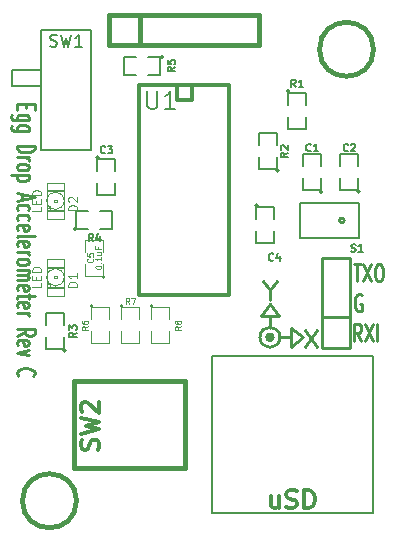
<source format=gto>
G04 (created by PCBNEW (2013-07-07 BZR 4022)-stable) date 7/21/2013 7:03:44 PM*
%MOIN*%
G04 Gerber Fmt 3.4, Leading zero omitted, Abs format*
%FSLAX34Y34*%
G01*
G70*
G90*
G04 APERTURE LIST*
%ADD10C,0.00590551*%
%ADD11C,0.00985*%
%ADD12C,0.0099*%
%ADD13C,0.0079*%
%ADD14C,0.015*%
%ADD15C,0.01*%
%ADD16C,0.0026*%
%ADD17C,0.004*%
%ADD18C,0.0039*%
%ADD19C,0.005*%
%ADD20C,0.012*%
%ADD21C,0.0035*%
%ADD22C,0.0043*%
%ADD23C,0.006*%
G04 APERTURE END LIST*
G54D10*
G54D11*
X45703Y-40376D02*
X45665Y-40348D01*
X45609Y-40348D01*
X45553Y-40376D01*
X45515Y-40432D01*
X45496Y-40488D01*
X45478Y-40601D01*
X45478Y-40685D01*
X45496Y-40798D01*
X45515Y-40854D01*
X45553Y-40911D01*
X45609Y-40939D01*
X45646Y-40939D01*
X45703Y-40911D01*
X45721Y-40882D01*
X45721Y-40685D01*
X45646Y-40685D01*
X45443Y-39348D02*
X45668Y-39348D01*
X45556Y-39939D02*
X45556Y-39348D01*
X45762Y-39348D02*
X46025Y-39939D01*
X46025Y-39348D02*
X45762Y-39939D01*
X46250Y-39348D02*
X46325Y-39348D01*
X46362Y-39376D01*
X46400Y-39432D01*
X46419Y-39545D01*
X46419Y-39742D01*
X46400Y-39854D01*
X46362Y-39911D01*
X46325Y-39939D01*
X46250Y-39939D01*
X46212Y-39911D01*
X46175Y-39854D01*
X46156Y-39742D01*
X46156Y-39545D01*
X46175Y-39432D01*
X46212Y-39376D01*
X46250Y-39348D01*
X45690Y-41939D02*
X45559Y-41657D01*
X45465Y-41939D02*
X45465Y-41348D01*
X45615Y-41348D01*
X45653Y-41376D01*
X45671Y-41404D01*
X45690Y-41460D01*
X45690Y-41545D01*
X45671Y-41601D01*
X45653Y-41629D01*
X45615Y-41657D01*
X45465Y-41657D01*
X45821Y-41348D02*
X46084Y-41939D01*
X46084Y-41348D02*
X45821Y-41939D01*
X46234Y-41939D02*
X46234Y-41348D01*
X34520Y-34037D02*
X34520Y-34169D01*
X34210Y-34225D02*
X34210Y-34037D01*
X34801Y-34037D01*
X34801Y-34225D01*
X34604Y-34563D02*
X34126Y-34563D01*
X34070Y-34544D01*
X34041Y-34525D01*
X34013Y-34488D01*
X34013Y-34431D01*
X34041Y-34394D01*
X34238Y-34563D02*
X34210Y-34525D01*
X34210Y-34450D01*
X34238Y-34412D01*
X34267Y-34394D01*
X34323Y-34375D01*
X34492Y-34375D01*
X34548Y-34394D01*
X34576Y-34412D01*
X34604Y-34450D01*
X34604Y-34525D01*
X34576Y-34563D01*
X34604Y-34919D02*
X34126Y-34919D01*
X34070Y-34900D01*
X34041Y-34882D01*
X34013Y-34844D01*
X34013Y-34788D01*
X34041Y-34750D01*
X34238Y-34919D02*
X34210Y-34882D01*
X34210Y-34807D01*
X34238Y-34769D01*
X34267Y-34750D01*
X34323Y-34731D01*
X34492Y-34731D01*
X34548Y-34750D01*
X34576Y-34769D01*
X34604Y-34807D01*
X34604Y-34882D01*
X34576Y-34919D01*
X34210Y-35407D02*
X34801Y-35407D01*
X34801Y-35501D01*
X34773Y-35557D01*
X34717Y-35595D01*
X34661Y-35613D01*
X34548Y-35632D01*
X34464Y-35632D01*
X34351Y-35613D01*
X34295Y-35595D01*
X34238Y-35557D01*
X34210Y-35501D01*
X34210Y-35407D01*
X34210Y-35801D02*
X34604Y-35801D01*
X34492Y-35801D02*
X34548Y-35820D01*
X34576Y-35838D01*
X34604Y-35876D01*
X34604Y-35913D01*
X34210Y-36101D02*
X34238Y-36064D01*
X34267Y-36045D01*
X34323Y-36026D01*
X34492Y-36026D01*
X34548Y-36045D01*
X34576Y-36064D01*
X34604Y-36101D01*
X34604Y-36157D01*
X34576Y-36195D01*
X34548Y-36214D01*
X34492Y-36232D01*
X34323Y-36232D01*
X34267Y-36214D01*
X34238Y-36195D01*
X34210Y-36157D01*
X34210Y-36101D01*
X34604Y-36401D02*
X34013Y-36401D01*
X34576Y-36401D02*
X34604Y-36439D01*
X34604Y-36514D01*
X34576Y-36551D01*
X34548Y-36570D01*
X34492Y-36589D01*
X34323Y-36589D01*
X34267Y-36570D01*
X34238Y-36551D01*
X34210Y-36514D01*
X34210Y-36439D01*
X34238Y-36401D01*
X34379Y-37039D02*
X34379Y-37227D01*
X34210Y-37002D02*
X34801Y-37133D01*
X34210Y-37264D01*
X34238Y-37565D02*
X34210Y-37527D01*
X34210Y-37452D01*
X34238Y-37414D01*
X34267Y-37396D01*
X34323Y-37377D01*
X34492Y-37377D01*
X34548Y-37396D01*
X34576Y-37414D01*
X34604Y-37452D01*
X34604Y-37527D01*
X34576Y-37565D01*
X34238Y-37902D02*
X34210Y-37865D01*
X34210Y-37790D01*
X34238Y-37752D01*
X34267Y-37733D01*
X34323Y-37715D01*
X34492Y-37715D01*
X34548Y-37733D01*
X34576Y-37752D01*
X34604Y-37790D01*
X34604Y-37865D01*
X34576Y-37902D01*
X34238Y-38221D02*
X34210Y-38184D01*
X34210Y-38109D01*
X34238Y-38071D01*
X34295Y-38052D01*
X34520Y-38052D01*
X34576Y-38071D01*
X34604Y-38109D01*
X34604Y-38184D01*
X34576Y-38221D01*
X34520Y-38240D01*
X34464Y-38240D01*
X34407Y-38052D01*
X34210Y-38465D02*
X34238Y-38428D01*
X34295Y-38409D01*
X34801Y-38409D01*
X34238Y-38765D02*
X34210Y-38728D01*
X34210Y-38653D01*
X34238Y-38615D01*
X34295Y-38596D01*
X34520Y-38596D01*
X34576Y-38615D01*
X34604Y-38653D01*
X34604Y-38728D01*
X34576Y-38765D01*
X34520Y-38784D01*
X34464Y-38784D01*
X34407Y-38596D01*
X34210Y-38953D02*
X34604Y-38953D01*
X34492Y-38953D02*
X34548Y-38972D01*
X34576Y-38990D01*
X34604Y-39028D01*
X34604Y-39065D01*
X34210Y-39253D02*
X34238Y-39216D01*
X34267Y-39197D01*
X34323Y-39178D01*
X34492Y-39178D01*
X34548Y-39197D01*
X34576Y-39216D01*
X34604Y-39253D01*
X34604Y-39309D01*
X34576Y-39347D01*
X34548Y-39366D01*
X34492Y-39384D01*
X34323Y-39384D01*
X34267Y-39366D01*
X34238Y-39347D01*
X34210Y-39309D01*
X34210Y-39253D01*
X34210Y-39553D02*
X34604Y-39553D01*
X34548Y-39553D02*
X34576Y-39572D01*
X34604Y-39610D01*
X34604Y-39666D01*
X34576Y-39703D01*
X34520Y-39722D01*
X34210Y-39722D01*
X34520Y-39722D02*
X34576Y-39741D01*
X34604Y-39778D01*
X34604Y-39835D01*
X34576Y-39872D01*
X34520Y-39891D01*
X34210Y-39891D01*
X34238Y-40229D02*
X34210Y-40191D01*
X34210Y-40116D01*
X34238Y-40079D01*
X34295Y-40060D01*
X34520Y-40060D01*
X34576Y-40079D01*
X34604Y-40116D01*
X34604Y-40191D01*
X34576Y-40229D01*
X34520Y-40247D01*
X34464Y-40247D01*
X34407Y-40060D01*
X34604Y-40360D02*
X34604Y-40510D01*
X34801Y-40416D02*
X34295Y-40416D01*
X34238Y-40435D01*
X34210Y-40473D01*
X34210Y-40510D01*
X34238Y-40792D02*
X34210Y-40754D01*
X34210Y-40679D01*
X34238Y-40641D01*
X34295Y-40623D01*
X34520Y-40623D01*
X34576Y-40641D01*
X34604Y-40679D01*
X34604Y-40754D01*
X34576Y-40792D01*
X34520Y-40810D01*
X34464Y-40810D01*
X34407Y-40623D01*
X34210Y-40979D02*
X34604Y-40979D01*
X34492Y-40979D02*
X34548Y-40998D01*
X34576Y-41017D01*
X34604Y-41054D01*
X34604Y-41092D01*
X34210Y-41748D02*
X34492Y-41617D01*
X34210Y-41523D02*
X34801Y-41523D01*
X34801Y-41673D01*
X34773Y-41711D01*
X34745Y-41730D01*
X34689Y-41748D01*
X34604Y-41748D01*
X34548Y-41730D01*
X34520Y-41711D01*
X34492Y-41673D01*
X34492Y-41523D01*
X34238Y-42067D02*
X34210Y-42030D01*
X34210Y-41955D01*
X34238Y-41917D01*
X34295Y-41899D01*
X34520Y-41899D01*
X34576Y-41917D01*
X34604Y-41955D01*
X34604Y-42030D01*
X34576Y-42067D01*
X34520Y-42086D01*
X34464Y-42086D01*
X34407Y-41899D01*
X34604Y-42217D02*
X34210Y-42311D01*
X34604Y-42405D01*
X34267Y-43081D02*
X34238Y-43062D01*
X34210Y-43005D01*
X34210Y-42968D01*
X34238Y-42912D01*
X34295Y-42874D01*
X34351Y-42855D01*
X34464Y-42837D01*
X34548Y-42837D01*
X34661Y-42855D01*
X34717Y-42874D01*
X34773Y-42912D01*
X34801Y-42968D01*
X34801Y-43005D01*
X34773Y-43062D01*
X34745Y-43081D01*
G54D12*
G54D13*
X40723Y-47650D02*
X40723Y-42414D01*
X40723Y-42414D02*
X46077Y-42414D01*
X46077Y-42414D02*
X46077Y-47650D01*
X46077Y-47650D02*
X40723Y-47650D01*
G54D14*
X36110Y-43253D02*
X36110Y-46167D01*
X36110Y-46167D02*
X39811Y-46167D01*
X39811Y-46167D02*
X39811Y-43332D01*
X39811Y-43332D02*
X39811Y-43253D01*
X39811Y-43253D02*
X36110Y-43253D01*
G54D15*
X44377Y-41122D02*
X45322Y-41122D01*
X45322Y-42067D02*
X45322Y-39153D01*
X45322Y-39153D02*
X44456Y-39153D01*
X44456Y-39153D02*
X44377Y-39153D01*
X44377Y-39153D02*
X44377Y-42146D01*
X44377Y-42146D02*
X45322Y-42146D01*
X45322Y-42146D02*
X45322Y-42067D01*
X45122Y-37900D02*
G75*
G03X45122Y-37900I-78J0D01*
G74*
G01*
G54D13*
X45634Y-37309D02*
X45634Y-38491D01*
X45634Y-38491D02*
X43666Y-38491D01*
X43666Y-38491D02*
X43666Y-37309D01*
X43666Y-37309D02*
X45634Y-37309D01*
G54D14*
X38307Y-31050D02*
X38307Y-32050D01*
X42300Y-32050D02*
X37300Y-32050D01*
X37300Y-32050D02*
X37300Y-31050D01*
X37300Y-31050D02*
X42300Y-31050D01*
X42300Y-31050D02*
X42300Y-32050D01*
G54D16*
X35461Y-37211D02*
X35461Y-37289D01*
X35461Y-37289D02*
X35539Y-37289D01*
X35539Y-37211D02*
X35539Y-37289D01*
X35461Y-37211D02*
X35539Y-37211D01*
X35225Y-37427D02*
X35225Y-37564D01*
X35225Y-37564D02*
X35323Y-37564D01*
X35323Y-37427D02*
X35323Y-37564D01*
X35225Y-37427D02*
X35323Y-37427D01*
X35225Y-37564D02*
X35225Y-37604D01*
X35225Y-37604D02*
X35696Y-37604D01*
X35696Y-37564D02*
X35696Y-37604D01*
X35225Y-37564D02*
X35696Y-37564D01*
X35716Y-37564D02*
X35716Y-37604D01*
X35716Y-37604D02*
X35775Y-37604D01*
X35775Y-37564D02*
X35775Y-37604D01*
X35716Y-37564D02*
X35775Y-37564D01*
X35225Y-36896D02*
X35225Y-36936D01*
X35225Y-36936D02*
X35696Y-36936D01*
X35696Y-36896D02*
X35696Y-36936D01*
X35225Y-36896D02*
X35696Y-36896D01*
X35716Y-36896D02*
X35716Y-36936D01*
X35716Y-36936D02*
X35775Y-36936D01*
X35775Y-36896D02*
X35775Y-36936D01*
X35716Y-36896D02*
X35775Y-36896D01*
X35225Y-37427D02*
X35225Y-37486D01*
X35225Y-37486D02*
X35323Y-37486D01*
X35323Y-37427D02*
X35323Y-37486D01*
X35225Y-37427D02*
X35323Y-37427D01*
G54D17*
X35205Y-37860D02*
X35205Y-36640D01*
X35205Y-36640D02*
X35795Y-36640D01*
X35795Y-36640D02*
X35795Y-37860D01*
X35795Y-37860D02*
X35205Y-37860D01*
X35303Y-37034D02*
G75*
G03X35304Y-37466I196J-215D01*
G74*
G01*
X35696Y-37034D02*
G75*
G03X35304Y-37033I-196J-215D01*
G74*
G01*
X35696Y-37465D02*
G75*
G03X35695Y-37033I-196J215D01*
G74*
G01*
X35303Y-37465D02*
G75*
G03X35695Y-37466I196J215D01*
G74*
G01*
G54D16*
X35461Y-39761D02*
X35461Y-39839D01*
X35461Y-39839D02*
X35539Y-39839D01*
X35539Y-39761D02*
X35539Y-39839D01*
X35461Y-39761D02*
X35539Y-39761D01*
X35225Y-39977D02*
X35225Y-40114D01*
X35225Y-40114D02*
X35323Y-40114D01*
X35323Y-39977D02*
X35323Y-40114D01*
X35225Y-39977D02*
X35323Y-39977D01*
X35225Y-40114D02*
X35225Y-40154D01*
X35225Y-40154D02*
X35696Y-40154D01*
X35696Y-40114D02*
X35696Y-40154D01*
X35225Y-40114D02*
X35696Y-40114D01*
X35716Y-40114D02*
X35716Y-40154D01*
X35716Y-40154D02*
X35775Y-40154D01*
X35775Y-40114D02*
X35775Y-40154D01*
X35716Y-40114D02*
X35775Y-40114D01*
X35225Y-39446D02*
X35225Y-39486D01*
X35225Y-39486D02*
X35696Y-39486D01*
X35696Y-39446D02*
X35696Y-39486D01*
X35225Y-39446D02*
X35696Y-39446D01*
X35716Y-39446D02*
X35716Y-39486D01*
X35716Y-39486D02*
X35775Y-39486D01*
X35775Y-39446D02*
X35775Y-39486D01*
X35716Y-39446D02*
X35775Y-39446D01*
X35225Y-39977D02*
X35225Y-40036D01*
X35225Y-40036D02*
X35323Y-40036D01*
X35323Y-39977D02*
X35323Y-40036D01*
X35225Y-39977D02*
X35323Y-39977D01*
G54D17*
X35205Y-40410D02*
X35205Y-39190D01*
X35205Y-39190D02*
X35795Y-39190D01*
X35795Y-39190D02*
X35795Y-40410D01*
X35795Y-40410D02*
X35205Y-40410D01*
X35303Y-39584D02*
G75*
G03X35304Y-40016I196J-215D01*
G74*
G01*
X35696Y-39584D02*
G75*
G03X35304Y-39583I-196J-215D01*
G74*
G01*
X35696Y-40015D02*
G75*
G03X35695Y-39583I-196J215D01*
G74*
G01*
X35303Y-40015D02*
G75*
G03X35695Y-40016I196J215D01*
G74*
G01*
G54D18*
X37150Y-39800D02*
G75*
G03X37150Y-39800I-50J0D01*
G74*
G01*
X37100Y-39350D02*
X37100Y-39750D01*
X37100Y-39750D02*
X36500Y-39750D01*
X36500Y-39750D02*
X36500Y-39350D01*
X36500Y-38950D02*
X36500Y-38550D01*
X36500Y-38550D02*
X37100Y-38550D01*
X37100Y-38550D02*
X37100Y-38950D01*
X36750Y-40750D02*
G75*
G03X36750Y-40750I-50J0D01*
G74*
G01*
X36700Y-41200D02*
X36700Y-40800D01*
X36700Y-40800D02*
X37300Y-40800D01*
X37300Y-40800D02*
X37300Y-41200D01*
X37300Y-41600D02*
X37300Y-42000D01*
X37300Y-42000D02*
X36700Y-42000D01*
X36700Y-42000D02*
X36700Y-41600D01*
X37750Y-40750D02*
G75*
G03X37750Y-40750I-50J0D01*
G74*
G01*
X37700Y-41200D02*
X37700Y-40800D01*
X37700Y-40800D02*
X38300Y-40800D01*
X38300Y-40800D02*
X38300Y-41200D01*
X38300Y-41600D02*
X38300Y-42000D01*
X38300Y-42000D02*
X37700Y-42000D01*
X37700Y-42000D02*
X37700Y-41600D01*
X38750Y-40750D02*
G75*
G03X38750Y-40750I-50J0D01*
G74*
G01*
X38700Y-41200D02*
X38700Y-40800D01*
X38700Y-40800D02*
X39300Y-40800D01*
X39300Y-40800D02*
X39300Y-41200D01*
X39300Y-41600D02*
X39300Y-42000D01*
X39300Y-42000D02*
X38700Y-42000D01*
X38700Y-42000D02*
X38700Y-41600D01*
G54D14*
X46100Y-32200D02*
G75*
G03X46100Y-32200I-900J0D01*
G74*
G01*
X36200Y-47250D02*
G75*
G03X36200Y-47250I-900J0D01*
G74*
G01*
G54D19*
X39100Y-32450D02*
G75*
G03X39100Y-32450I-50J0D01*
G74*
G01*
X38600Y-32450D02*
X39000Y-32450D01*
X39000Y-32450D02*
X39000Y-33050D01*
X39000Y-33050D02*
X38600Y-33050D01*
X38200Y-33050D02*
X37800Y-33050D01*
X37800Y-33050D02*
X37800Y-32450D01*
X37800Y-32450D02*
X38200Y-32450D01*
X36200Y-38200D02*
G75*
G03X36200Y-38200I-50J0D01*
G74*
G01*
X36600Y-38200D02*
X36200Y-38200D01*
X36200Y-38200D02*
X36200Y-37600D01*
X36200Y-37600D02*
X36600Y-37600D01*
X37000Y-37600D02*
X37400Y-37600D01*
X37400Y-37600D02*
X37400Y-38200D01*
X37400Y-38200D02*
X37000Y-38200D01*
X35850Y-42250D02*
G75*
G03X35850Y-42250I-50J0D01*
G74*
G01*
X35800Y-41800D02*
X35800Y-42200D01*
X35800Y-42200D02*
X35200Y-42200D01*
X35200Y-42200D02*
X35200Y-41800D01*
X35200Y-41400D02*
X35200Y-41000D01*
X35200Y-41000D02*
X35800Y-41000D01*
X35800Y-41000D02*
X35800Y-41400D01*
X42950Y-36250D02*
G75*
G03X42950Y-36250I-50J0D01*
G74*
G01*
X42900Y-35800D02*
X42900Y-36200D01*
X42900Y-36200D02*
X42300Y-36200D01*
X42300Y-36200D02*
X42300Y-35800D01*
X42300Y-35400D02*
X42300Y-35000D01*
X42300Y-35000D02*
X42900Y-35000D01*
X42900Y-35000D02*
X42900Y-35400D01*
X43300Y-33600D02*
G75*
G03X43300Y-33600I-50J0D01*
G74*
G01*
X43250Y-34050D02*
X43250Y-33650D01*
X43250Y-33650D02*
X43850Y-33650D01*
X43850Y-33650D02*
X43850Y-34050D01*
X43850Y-34450D02*
X43850Y-34850D01*
X43850Y-34850D02*
X43250Y-34850D01*
X43250Y-34850D02*
X43250Y-34450D01*
X42250Y-37400D02*
G75*
G03X42250Y-37400I-50J0D01*
G74*
G01*
X42200Y-37850D02*
X42200Y-37450D01*
X42200Y-37450D02*
X42800Y-37450D01*
X42800Y-37450D02*
X42800Y-37850D01*
X42800Y-38250D02*
X42800Y-38650D01*
X42800Y-38650D02*
X42200Y-38650D01*
X42200Y-38650D02*
X42200Y-38250D01*
X36950Y-35800D02*
G75*
G03X36950Y-35800I-50J0D01*
G74*
G01*
X36900Y-36250D02*
X36900Y-35850D01*
X36900Y-35850D02*
X37500Y-35850D01*
X37500Y-35850D02*
X37500Y-36250D01*
X37500Y-36650D02*
X37500Y-37050D01*
X37500Y-37050D02*
X36900Y-37050D01*
X36900Y-37050D02*
X36900Y-36650D01*
X45650Y-36950D02*
G75*
G03X45650Y-36950I-50J0D01*
G74*
G01*
X45600Y-36500D02*
X45600Y-36900D01*
X45600Y-36900D02*
X45000Y-36900D01*
X45000Y-36900D02*
X45000Y-36500D01*
X45000Y-36100D02*
X45000Y-35700D01*
X45000Y-35700D02*
X45600Y-35700D01*
X45600Y-35700D02*
X45600Y-36100D01*
X44400Y-36950D02*
G75*
G03X44400Y-36950I-50J0D01*
G74*
G01*
X44350Y-36500D02*
X44350Y-36900D01*
X44350Y-36900D02*
X43750Y-36900D01*
X43750Y-36900D02*
X43750Y-36500D01*
X43750Y-36100D02*
X43750Y-35700D01*
X43750Y-35700D02*
X44350Y-35700D01*
X44350Y-35700D02*
X44350Y-36100D01*
G54D20*
X40800Y-40400D02*
X38300Y-40400D01*
X38300Y-40400D02*
X38300Y-33400D01*
X38300Y-33400D02*
X41300Y-33400D01*
X41300Y-33400D02*
X41300Y-40400D01*
X41300Y-40400D02*
X40800Y-40400D01*
X40050Y-33400D02*
X40050Y-33900D01*
X40050Y-33900D02*
X39550Y-33900D01*
X39550Y-33900D02*
X39550Y-33400D01*
G54D13*
X35023Y-32881D02*
X34039Y-32881D01*
X34039Y-32881D02*
X34039Y-33432D01*
X34039Y-33432D02*
X35023Y-33432D01*
X35023Y-31542D02*
X35023Y-35558D01*
X35023Y-35558D02*
X36677Y-35558D01*
X36677Y-35558D02*
X36677Y-31542D01*
X36677Y-31542D02*
X35023Y-31542D01*
G54D15*
X44224Y-41563D02*
X43831Y-42114D01*
X43831Y-41563D02*
X44224Y-42114D01*
X42650Y-40225D02*
X42413Y-39910D01*
X42650Y-40540D02*
X42650Y-40225D01*
X42650Y-40225D02*
X42886Y-39910D01*
X42964Y-41091D02*
X42650Y-40697D01*
X42650Y-40697D02*
X42335Y-41091D01*
X43358Y-42114D02*
X43358Y-41485D01*
X43358Y-41485D02*
X43752Y-41800D01*
X43752Y-41800D02*
X43358Y-42114D01*
X42964Y-41091D02*
X42886Y-41091D01*
X42335Y-41091D02*
X42886Y-41091D01*
X42964Y-41800D02*
X43358Y-41800D01*
X42650Y-41485D02*
X42650Y-41091D01*
G54D14*
X42728Y-41800D02*
G75*
G03X42728Y-41800I-78J0D01*
G74*
G01*
G54D15*
X42984Y-41800D02*
G75*
G03X42984Y-41800I-334J0D01*
G74*
G01*
G54D20*
X42942Y-47092D02*
X42942Y-47492D01*
X42685Y-47092D02*
X42685Y-47407D01*
X42714Y-47464D01*
X42771Y-47492D01*
X42857Y-47492D01*
X42914Y-47464D01*
X42942Y-47435D01*
X43200Y-47464D02*
X43285Y-47492D01*
X43428Y-47492D01*
X43485Y-47464D01*
X43514Y-47435D01*
X43542Y-47378D01*
X43542Y-47321D01*
X43514Y-47264D01*
X43485Y-47235D01*
X43428Y-47207D01*
X43314Y-47178D01*
X43257Y-47150D01*
X43228Y-47121D01*
X43200Y-47064D01*
X43200Y-47007D01*
X43228Y-46950D01*
X43257Y-46921D01*
X43314Y-46892D01*
X43457Y-46892D01*
X43542Y-46921D01*
X43800Y-47492D02*
X43800Y-46892D01*
X43942Y-46892D01*
X44028Y-46921D01*
X44085Y-46978D01*
X44114Y-47035D01*
X44142Y-47150D01*
X44142Y-47235D01*
X44114Y-47350D01*
X44085Y-47407D01*
X44028Y-47464D01*
X43942Y-47492D01*
X43800Y-47492D01*
X36914Y-45550D02*
X36942Y-45464D01*
X36942Y-45321D01*
X36914Y-45264D01*
X36885Y-45235D01*
X36828Y-45207D01*
X36771Y-45207D01*
X36714Y-45235D01*
X36685Y-45264D01*
X36657Y-45321D01*
X36628Y-45435D01*
X36600Y-45492D01*
X36571Y-45521D01*
X36514Y-45550D01*
X36457Y-45550D01*
X36400Y-45521D01*
X36371Y-45492D01*
X36342Y-45435D01*
X36342Y-45292D01*
X36371Y-45207D01*
X36342Y-45007D02*
X36942Y-44864D01*
X36514Y-44750D01*
X36942Y-44635D01*
X36342Y-44492D01*
X36400Y-44292D02*
X36371Y-44264D01*
X36342Y-44207D01*
X36342Y-44064D01*
X36371Y-44007D01*
X36400Y-43978D01*
X36457Y-43950D01*
X36514Y-43950D01*
X36600Y-43978D01*
X36942Y-44321D01*
X36942Y-43950D01*
G54D19*
X45359Y-38939D02*
X45395Y-38951D01*
X45454Y-38951D01*
X45478Y-38939D01*
X45490Y-38927D01*
X45502Y-38903D01*
X45502Y-38879D01*
X45490Y-38855D01*
X45478Y-38844D01*
X45454Y-38832D01*
X45407Y-38820D01*
X45383Y-38808D01*
X45371Y-38796D01*
X45359Y-38772D01*
X45359Y-38748D01*
X45371Y-38725D01*
X45383Y-38713D01*
X45407Y-38701D01*
X45466Y-38701D01*
X45502Y-38713D01*
X45740Y-38951D02*
X45597Y-38951D01*
X45669Y-38951D02*
X45669Y-38701D01*
X45645Y-38736D01*
X45621Y-38760D01*
X45597Y-38772D01*
G54D21*
X36221Y-37571D02*
X35921Y-37571D01*
X35921Y-37500D01*
X35935Y-37457D01*
X35964Y-37428D01*
X35992Y-37414D01*
X36050Y-37400D01*
X36092Y-37400D01*
X36150Y-37414D01*
X36178Y-37428D01*
X36207Y-37457D01*
X36221Y-37500D01*
X36221Y-37571D01*
X35950Y-37285D02*
X35935Y-37271D01*
X35921Y-37242D01*
X35921Y-37171D01*
X35935Y-37142D01*
X35950Y-37128D01*
X35978Y-37114D01*
X36007Y-37114D01*
X36050Y-37128D01*
X36221Y-37300D01*
X36221Y-37114D01*
X35021Y-37442D02*
X35021Y-37585D01*
X34721Y-37585D01*
X34864Y-37342D02*
X34864Y-37242D01*
X35021Y-37200D02*
X35021Y-37342D01*
X34721Y-37342D01*
X34721Y-37200D01*
X35021Y-37071D02*
X34721Y-37071D01*
X34721Y-37000D01*
X34735Y-36957D01*
X34764Y-36928D01*
X34792Y-36914D01*
X34850Y-36900D01*
X34892Y-36900D01*
X34950Y-36914D01*
X34978Y-36928D01*
X35007Y-36957D01*
X35021Y-37000D01*
X35021Y-37071D01*
X36221Y-40121D02*
X35921Y-40121D01*
X35921Y-40050D01*
X35935Y-40007D01*
X35964Y-39978D01*
X35992Y-39964D01*
X36050Y-39950D01*
X36092Y-39950D01*
X36150Y-39964D01*
X36178Y-39978D01*
X36207Y-40007D01*
X36221Y-40050D01*
X36221Y-40121D01*
X36221Y-39664D02*
X36221Y-39835D01*
X36221Y-39750D02*
X35921Y-39750D01*
X35964Y-39778D01*
X35992Y-39807D01*
X36007Y-39835D01*
X35021Y-39992D02*
X35021Y-40135D01*
X34721Y-40135D01*
X34864Y-39892D02*
X34864Y-39792D01*
X35021Y-39750D02*
X35021Y-39892D01*
X34721Y-39892D01*
X34721Y-39750D01*
X35021Y-39621D02*
X34721Y-39621D01*
X34721Y-39550D01*
X34735Y-39507D01*
X34764Y-39478D01*
X34792Y-39464D01*
X34850Y-39450D01*
X34892Y-39450D01*
X34950Y-39464D01*
X34978Y-39478D01*
X35007Y-39507D01*
X35021Y-39550D01*
X35021Y-39621D01*
G54D22*
X36735Y-39182D02*
X36745Y-39192D01*
X36754Y-39220D01*
X36754Y-39239D01*
X36745Y-39267D01*
X36726Y-39286D01*
X36707Y-39295D01*
X36670Y-39304D01*
X36642Y-39304D01*
X36604Y-39295D01*
X36585Y-39286D01*
X36567Y-39267D01*
X36557Y-39239D01*
X36557Y-39220D01*
X36567Y-39192D01*
X36576Y-39182D01*
X36557Y-39004D02*
X36557Y-39098D01*
X36651Y-39107D01*
X36642Y-39098D01*
X36632Y-39079D01*
X36632Y-39032D01*
X36642Y-39013D01*
X36651Y-39004D01*
X36670Y-38995D01*
X36717Y-38995D01*
X36735Y-39004D01*
X36745Y-39013D01*
X36754Y-39032D01*
X36754Y-39079D01*
X36745Y-39098D01*
X36735Y-39107D01*
X36832Y-39473D02*
X36832Y-39454D01*
X36842Y-39436D01*
X36851Y-39426D01*
X36870Y-39417D01*
X36907Y-39407D01*
X36954Y-39407D01*
X36992Y-39417D01*
X37010Y-39426D01*
X37020Y-39436D01*
X37029Y-39454D01*
X37029Y-39473D01*
X37020Y-39492D01*
X37010Y-39501D01*
X36992Y-39511D01*
X36954Y-39520D01*
X36907Y-39520D01*
X36870Y-39511D01*
X36851Y-39501D01*
X36842Y-39492D01*
X36832Y-39473D01*
X37010Y-39323D02*
X37020Y-39314D01*
X37029Y-39323D01*
X37020Y-39332D01*
X37010Y-39323D01*
X37029Y-39323D01*
X37029Y-39126D02*
X37029Y-39239D01*
X37029Y-39182D02*
X36832Y-39182D01*
X36860Y-39201D01*
X36879Y-39220D01*
X36889Y-39239D01*
X36898Y-38957D02*
X37029Y-38957D01*
X36898Y-39042D02*
X37001Y-39042D01*
X37020Y-39032D01*
X37029Y-39013D01*
X37029Y-38985D01*
X37020Y-38967D01*
X37010Y-38957D01*
X36926Y-38798D02*
X36926Y-38863D01*
X37029Y-38863D02*
X36832Y-38863D01*
X36832Y-38770D01*
X36579Y-41432D02*
X36485Y-41498D01*
X36579Y-41545D02*
X36382Y-41545D01*
X36382Y-41470D01*
X36392Y-41451D01*
X36401Y-41442D01*
X36420Y-41432D01*
X36448Y-41432D01*
X36467Y-41442D01*
X36476Y-41451D01*
X36485Y-41470D01*
X36485Y-41545D01*
X36382Y-41263D02*
X36382Y-41301D01*
X36392Y-41320D01*
X36401Y-41329D01*
X36429Y-41348D01*
X36467Y-41357D01*
X36542Y-41357D01*
X36560Y-41348D01*
X36570Y-41339D01*
X36579Y-41320D01*
X36579Y-41282D01*
X36570Y-41263D01*
X36560Y-41254D01*
X36542Y-41245D01*
X36495Y-41245D01*
X36476Y-41254D01*
X36467Y-41263D01*
X36457Y-41282D01*
X36457Y-41320D01*
X36467Y-41339D01*
X36476Y-41348D01*
X36495Y-41357D01*
X37967Y-40679D02*
X37901Y-40585D01*
X37854Y-40679D02*
X37854Y-40482D01*
X37929Y-40482D01*
X37948Y-40492D01*
X37957Y-40501D01*
X37967Y-40520D01*
X37967Y-40548D01*
X37957Y-40567D01*
X37948Y-40576D01*
X37929Y-40585D01*
X37854Y-40585D01*
X38032Y-40482D02*
X38164Y-40482D01*
X38079Y-40679D01*
X39679Y-41432D02*
X39585Y-41498D01*
X39679Y-41545D02*
X39482Y-41545D01*
X39482Y-41470D01*
X39492Y-41451D01*
X39501Y-41442D01*
X39520Y-41432D01*
X39548Y-41432D01*
X39567Y-41442D01*
X39576Y-41451D01*
X39585Y-41470D01*
X39585Y-41545D01*
X39567Y-41320D02*
X39557Y-41339D01*
X39548Y-41348D01*
X39529Y-41357D01*
X39520Y-41357D01*
X39501Y-41348D01*
X39492Y-41339D01*
X39482Y-41320D01*
X39482Y-41282D01*
X39492Y-41263D01*
X39501Y-41254D01*
X39520Y-41245D01*
X39529Y-41245D01*
X39548Y-41254D01*
X39557Y-41263D01*
X39567Y-41282D01*
X39567Y-41320D01*
X39576Y-41339D01*
X39585Y-41348D01*
X39604Y-41357D01*
X39642Y-41357D01*
X39660Y-41348D01*
X39670Y-41339D01*
X39679Y-41320D01*
X39679Y-41282D01*
X39670Y-41263D01*
X39660Y-41254D01*
X39642Y-41245D01*
X39604Y-41245D01*
X39585Y-41254D01*
X39576Y-41263D01*
X39567Y-41282D01*
G54D19*
X39485Y-32791D02*
X39366Y-32875D01*
X39485Y-32934D02*
X39235Y-32934D01*
X39235Y-32839D01*
X39247Y-32815D01*
X39259Y-32803D01*
X39282Y-32791D01*
X39318Y-32791D01*
X39342Y-32803D01*
X39354Y-32815D01*
X39366Y-32839D01*
X39366Y-32934D01*
X39235Y-32565D02*
X39235Y-32684D01*
X39354Y-32696D01*
X39342Y-32684D01*
X39330Y-32660D01*
X39330Y-32601D01*
X39342Y-32577D01*
X39354Y-32565D01*
X39378Y-32553D01*
X39437Y-32553D01*
X39461Y-32565D01*
X39473Y-32577D01*
X39485Y-32601D01*
X39485Y-32660D01*
X39473Y-32684D01*
X39461Y-32696D01*
X36758Y-38601D02*
X36675Y-38482D01*
X36615Y-38601D02*
X36615Y-38351D01*
X36710Y-38351D01*
X36734Y-38363D01*
X36746Y-38375D01*
X36758Y-38398D01*
X36758Y-38434D01*
X36746Y-38458D01*
X36734Y-38470D01*
X36710Y-38482D01*
X36615Y-38482D01*
X36972Y-38434D02*
X36972Y-38601D01*
X36913Y-38339D02*
X36853Y-38517D01*
X37008Y-38517D01*
X36201Y-41641D02*
X36082Y-41725D01*
X36201Y-41784D02*
X35951Y-41784D01*
X35951Y-41689D01*
X35963Y-41665D01*
X35975Y-41653D01*
X35998Y-41641D01*
X36034Y-41641D01*
X36058Y-41653D01*
X36070Y-41665D01*
X36082Y-41689D01*
X36082Y-41784D01*
X35951Y-41558D02*
X35951Y-41403D01*
X36046Y-41486D01*
X36046Y-41451D01*
X36058Y-41427D01*
X36070Y-41415D01*
X36094Y-41403D01*
X36153Y-41403D01*
X36177Y-41415D01*
X36189Y-41427D01*
X36201Y-41451D01*
X36201Y-41522D01*
X36189Y-41546D01*
X36177Y-41558D01*
X43251Y-35641D02*
X43132Y-35725D01*
X43251Y-35784D02*
X43001Y-35784D01*
X43001Y-35689D01*
X43013Y-35665D01*
X43025Y-35653D01*
X43048Y-35641D01*
X43084Y-35641D01*
X43108Y-35653D01*
X43120Y-35665D01*
X43132Y-35689D01*
X43132Y-35784D01*
X43025Y-35546D02*
X43013Y-35534D01*
X43001Y-35510D01*
X43001Y-35451D01*
X43013Y-35427D01*
X43025Y-35415D01*
X43048Y-35403D01*
X43072Y-35403D01*
X43108Y-35415D01*
X43251Y-35558D01*
X43251Y-35403D01*
X43508Y-33465D02*
X43425Y-33346D01*
X43365Y-33465D02*
X43365Y-33215D01*
X43460Y-33215D01*
X43484Y-33227D01*
X43496Y-33239D01*
X43508Y-33262D01*
X43508Y-33298D01*
X43496Y-33322D01*
X43484Y-33334D01*
X43460Y-33346D01*
X43365Y-33346D01*
X43746Y-33465D02*
X43603Y-33465D01*
X43675Y-33465D02*
X43675Y-33215D01*
X43651Y-33250D01*
X43627Y-33274D01*
X43603Y-33286D01*
X42758Y-39227D02*
X42746Y-39239D01*
X42710Y-39251D01*
X42686Y-39251D01*
X42651Y-39239D01*
X42627Y-39215D01*
X42615Y-39191D01*
X42603Y-39144D01*
X42603Y-39108D01*
X42615Y-39060D01*
X42627Y-39036D01*
X42651Y-39013D01*
X42686Y-39001D01*
X42710Y-39001D01*
X42746Y-39013D01*
X42758Y-39025D01*
X42972Y-39084D02*
X42972Y-39251D01*
X42913Y-38989D02*
X42853Y-39167D01*
X43008Y-39167D01*
X37158Y-35642D02*
X37146Y-35654D01*
X37110Y-35666D01*
X37086Y-35666D01*
X37051Y-35654D01*
X37027Y-35630D01*
X37015Y-35606D01*
X37003Y-35559D01*
X37003Y-35523D01*
X37015Y-35475D01*
X37027Y-35451D01*
X37051Y-35428D01*
X37086Y-35416D01*
X37110Y-35416D01*
X37146Y-35428D01*
X37158Y-35440D01*
X37241Y-35416D02*
X37396Y-35416D01*
X37313Y-35511D01*
X37348Y-35511D01*
X37372Y-35523D01*
X37384Y-35535D01*
X37396Y-35559D01*
X37396Y-35618D01*
X37384Y-35642D01*
X37372Y-35654D01*
X37348Y-35666D01*
X37277Y-35666D01*
X37253Y-35654D01*
X37241Y-35642D01*
X45258Y-35577D02*
X45246Y-35589D01*
X45210Y-35601D01*
X45186Y-35601D01*
X45151Y-35589D01*
X45127Y-35565D01*
X45115Y-35541D01*
X45103Y-35494D01*
X45103Y-35458D01*
X45115Y-35410D01*
X45127Y-35386D01*
X45151Y-35363D01*
X45186Y-35351D01*
X45210Y-35351D01*
X45246Y-35363D01*
X45258Y-35375D01*
X45353Y-35375D02*
X45365Y-35363D01*
X45389Y-35351D01*
X45448Y-35351D01*
X45472Y-35363D01*
X45484Y-35375D01*
X45496Y-35398D01*
X45496Y-35422D01*
X45484Y-35458D01*
X45341Y-35601D01*
X45496Y-35601D01*
X44008Y-35577D02*
X43996Y-35589D01*
X43960Y-35601D01*
X43936Y-35601D01*
X43901Y-35589D01*
X43877Y-35565D01*
X43865Y-35541D01*
X43853Y-35494D01*
X43853Y-35458D01*
X43865Y-35410D01*
X43877Y-35386D01*
X43901Y-35363D01*
X43936Y-35351D01*
X43960Y-35351D01*
X43996Y-35363D01*
X44008Y-35375D01*
X44246Y-35601D02*
X44103Y-35601D01*
X44175Y-35601D02*
X44175Y-35351D01*
X44151Y-35386D01*
X44127Y-35410D01*
X44103Y-35422D01*
G54D23*
X38555Y-33589D02*
X38555Y-34075D01*
X38584Y-34132D01*
X38613Y-34161D01*
X38670Y-34189D01*
X38784Y-34189D01*
X38841Y-34161D01*
X38870Y-34132D01*
X38898Y-34075D01*
X38898Y-33589D01*
X39498Y-34189D02*
X39155Y-34189D01*
X39327Y-34189D02*
X39327Y-33589D01*
X39270Y-33675D01*
X39213Y-33732D01*
X39155Y-33761D01*
X35316Y-32092D02*
X35373Y-32111D01*
X35469Y-32111D01*
X35507Y-32092D01*
X35526Y-32073D01*
X35545Y-32035D01*
X35545Y-31997D01*
X35526Y-31959D01*
X35507Y-31940D01*
X35469Y-31921D01*
X35392Y-31902D01*
X35354Y-31883D01*
X35335Y-31864D01*
X35316Y-31826D01*
X35316Y-31788D01*
X35335Y-31750D01*
X35354Y-31730D01*
X35392Y-31711D01*
X35488Y-31711D01*
X35545Y-31730D01*
X35678Y-31711D02*
X35773Y-32111D01*
X35850Y-31826D01*
X35926Y-32111D01*
X36021Y-31711D01*
X36383Y-32111D02*
X36154Y-32111D01*
X36269Y-32111D02*
X36269Y-31711D01*
X36230Y-31769D01*
X36192Y-31807D01*
X36154Y-31826D01*
M02*

</source>
